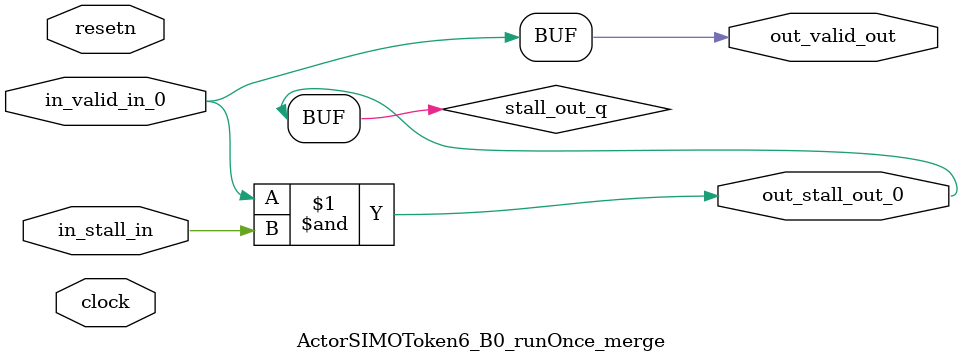
<source format=sv>



(* altera_attribute = "-name AUTO_SHIFT_REGISTER_RECOGNITION OFF; -name MESSAGE_DISABLE 10036; -name MESSAGE_DISABLE 10037; -name MESSAGE_DISABLE 14130; -name MESSAGE_DISABLE 14320; -name MESSAGE_DISABLE 15400; -name MESSAGE_DISABLE 14130; -name MESSAGE_DISABLE 10036; -name MESSAGE_DISABLE 12020; -name MESSAGE_DISABLE 12030; -name MESSAGE_DISABLE 12010; -name MESSAGE_DISABLE 12110; -name MESSAGE_DISABLE 14320; -name MESSAGE_DISABLE 13410; -name MESSAGE_DISABLE 113007; -name MESSAGE_DISABLE 10958" *)
module ActorSIMOToken6_B0_runOnce_merge (
    input wire [0:0] in_stall_in,
    input wire [0:0] in_valid_in_0,
    output wire [0:0] out_stall_out_0,
    output wire [0:0] out_valid_out,
    input wire clock,
    input wire resetn
    );

    wire [0:0] stall_out_q;


    // stall_out(LOGICAL,6)
    assign stall_out_q = in_valid_in_0 & in_stall_in;

    // out_stall_out_0(GPOUT,4)
    assign out_stall_out_0 = stall_out_q;

    // out_valid_out(GPOUT,5)
    assign out_valid_out = in_valid_in_0;

endmodule

</source>
